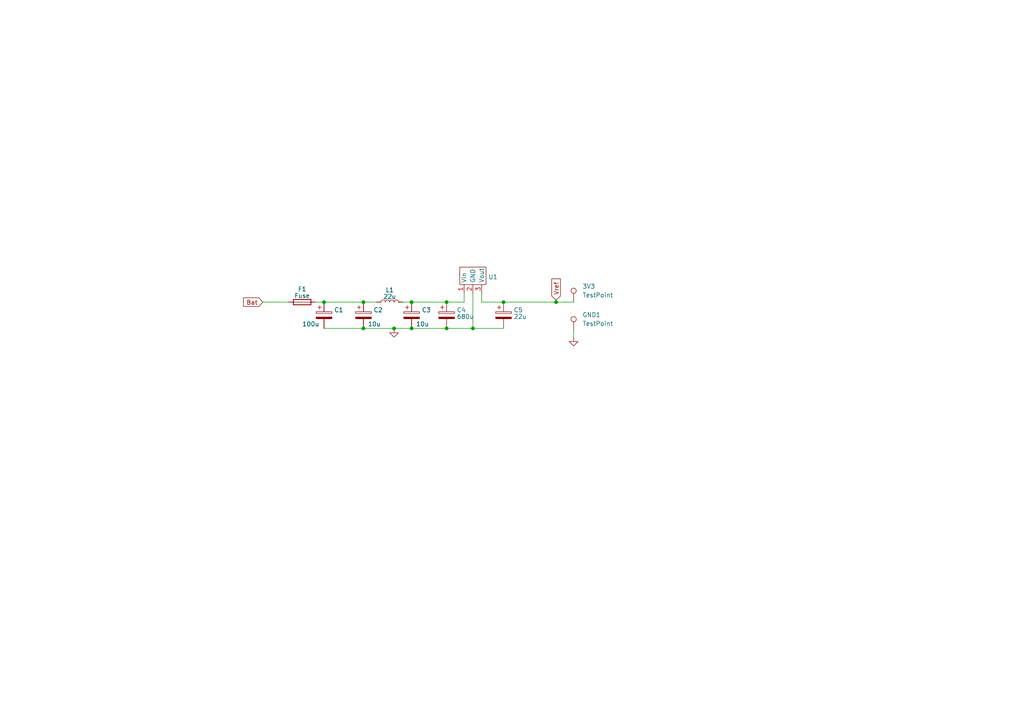
<source format=kicad_sch>
(kicad_sch (version 20230121) (generator eeschema)
  (paper "A4")
  (lib_symbols
    (symbol "Connector:TestPoint" (pin_numbers hide) (pin_names (offset 0.762) hide)
      (property "Reference" "TP" (at 0 6.858 0))
      (property "Value" "TestPoint" (at 0 5.08 0))
      (symbol "TestPoint_0_1"
        (circle (center 0 3.302) (radius 0.762))
      )
      (symbol "TestPoint_1_1"
        (pin passive line (at 0 0 90) (length 2.54) (name "1") (number "1"))
      )
    )
    (symbol "Device:C_Polarized" (pin_numbers hide) (pin_names (offset 0.254))
      (property "Reference" "C" (at 0.635 2.54 0))
      (property "Value" "C_Polarized" (at 0.635 -2.54 0))
      (symbol "C_Polarized_0_1"
        (rectangle (start -2.286 0.508) (end 2.286 1.016))
        (polyline (pts (xy -1.778 2.286) (xy -0.762 2.286)))
        (polyline (pts (xy -1.27 2.794) (xy -1.27 1.778)))
        (rectangle (start 2.286 -0.508) (end -2.286 -1.016) (fill (type outline)))
      )
      (symbol "C_Polarized_1_1"
        (pin passive line (at 0 3.81 270) (length 2.794) (name "~") (number "1"))
        (pin passive line (at 0 -3.81 90) (length 2.794) (name "~") (number "2"))
      )
    )
    (symbol "Device:Fuse" (pin_numbers hide) (pin_names (offset 0))
      (property "Reference" "F" (at 2.032 0 90))
      (property "Value" "Fuse" (at -1.905 0 90))
      (symbol "Fuse_0_1"
        (rectangle (start -0.762 -2.54) (end 0.762 2.54) (stroke (width 0.254)))
        (polyline (pts (xy 0 2.54) (xy 0 -2.54)))
      )
      (symbol "Fuse_1_1"
        (pin passive line (at 0 3.81 270) (length 1.27) (name "~") (number "1"))
        (pin passive line (at 0 -3.81 90) (length 1.27) (name "~") (number "2"))
      )
    )
    (symbol "Device:L" (pin_numbers hide) (pin_names (offset 1.016) hide)
      (property "Reference" "L" (at -1.27 0 90))
      (property "Value" "L" (at 1.905 0 90))
      (symbol "L_0_1"
        (arc (start 0 -2.54) (mid 0.6323 -1.905) (end 0 -1.27))
        (arc (start 0 -1.27) (mid 0.6323 -0.635) (end 0 0))
        (arc (start 0 0) (mid 0.6323 0.635) (end 0 1.27))
        (arc (start 0 1.27) (mid 0.6323 1.905) (end 0 2.54))
      )
      (symbol "L_1_1"
        (pin passive line (at 0 3.81 270) (length 1.27) (name "1") (number "1"))
        (pin passive line (at 0 -3.81 90) (length 1.27) (name "2") (number "2"))
      )
    )
    (symbol "custom:VR20S3V3"
      (property "Reference" "U1" (at 5.715 -0.3168 0))
      (property "Value" "~" (at 0 0 0))
      (symbol "VR20S3V3_0_1"
        (polyline (pts (xy -2.54 2.54) (xy 0 2.54) (xy 1.27 2.54) (xy 5.08 2.54) (xy 5.08 -2.54) (xy -2.54 -2.54) (xy -2.54 2.54)))
      )
      (symbol "VR20S3V3_1_1"
        (pin input line (at -1.27 -5.08 90) (length 2.54) (name "Vin") (number "1"))
        (pin bidirectional line (at 1.27 -5.08 90) (length 2.54) (name "GND") (number "2"))
        (pin output line (at 3.81 -5.08 90) (length 2.54) (name "Vout") (number "3"))
      )
    )
    (symbol "power:GND" (power) (pin_names (offset 0))
      (property "Value" "GND" (at 0 -3.81 0))
      (symbol "GND_0_1"
        (polyline (pts (xy 0 0) (xy 0 -1.27) (xy 1.27 -1.27) (xy 0 -2.54) (xy -1.27 -1.27) (xy 0 -1.27)))
      )
      (symbol "GND_1_1"
        (pin power_in line (at 0 0 270) (length 0) hide (name "GND") (number "1"))
      )
    )
  )
  (junction (at 105.41 95.25))
  (junction (at 129.54 87.63))
  (junction (at 137.16 95.25))
  (junction (at 119.38 87.63))
  (junction (at 161.29 87.63))
  (junction (at 114.3 95.25))
  (junction (at 119.38 95.25))
  (junction (at 129.54 95.25))
  (junction (at 105.41 87.63))
  (junction (at 146.05 87.63))
  (junction (at 93.98 87.63))
  (wire (pts (xy 134.62 87.63) (xy 129.54 87.63)))
  (wire (pts (xy 105.41 87.63) (xy 109.22 87.63)))
  (wire (pts (xy 91.44 87.63) (xy 93.98 87.63)))
  (wire (pts (xy 139.7 85.09) (xy 139.7 87.63)))
  (wire (pts (xy 134.62 85.09) (xy 134.62 87.63)))
  (wire (pts (xy 137.16 95.25) (xy 146.05 95.25)))
  (wire (pts (xy 166.37 95.885) (xy 166.37 97.79)))
  (wire (pts (xy 139.7 87.63) (xy 146.05 87.63)))
  (wire (pts (xy 119.38 95.25) (xy 129.54 95.25)))
  (wire (pts (xy 129.54 95.25) (xy 137.16 95.25)))
  (wire (pts (xy 105.41 95.25) (xy 114.3 95.25)))
  (wire (pts (xy 119.38 87.63) (xy 129.54 87.63)))
  (wire (pts (xy 93.98 95.25) (xy 105.41 95.25)))
  (wire (pts (xy 116.84 87.63) (xy 119.38 87.63)))
  (wire (pts (xy 146.05 87.63) (xy 161.29 87.63)))
  (wire (pts (xy 161.29 87.63) (xy 166.37 87.63)))
  (wire (pts (xy 137.16 85.09) (xy 137.16 95.25)))
  (wire (pts (xy 161.29 86.995) (xy 161.29 87.63)))
  (wire (pts (xy 76.2 87.63) (xy 83.82 87.63)))
  (wire (pts (xy 114.3 95.25) (xy 119.38 95.25)))
  (wire (pts (xy 93.98 87.63) (xy 105.41 87.63)))
  (global_label "Vref" (shape input) (at 161.29 86.995 90) (property "Intersheetrefs" "${INTERSHEET_REFS}" (effects hide)))
  (global_label "Bat" (shape input) (at 76.2 87.63 180) (property "Intersheetrefs" "${INTERSHEET_REFS}" (effects hide)))
  (symbol (lib_id "Device:C_Polarized") (at 93.98 91.44 0) (unit 1)
    (property "Reference" "C1" (at 96.901 89.9073 0) (effects (justify left)))
    (property "Value" "100u" (at 87.63 93.98 0) (effects (justify left)))
    (property "Footprint" "Capacitor_THT:CP_Radial_D8.0mm_P3.50mm" (effects hide))
  )
  (symbol (lib_id "Device:C_Polarized") (at 119.38 91.44 0) (unit 1)
    (property "Reference" "C3" (at 122.301 89.9073 0) (effects (justify left)))
    (property "Value" "10u" (at 120.65 93.98 0) (effects (justify left)))
    (property "Footprint" "Capacitor_SMD:C_1206_3216Metric" (effects hide))
  )
  (symbol (lib_id "Device:C_Polarized") (at 146.05 91.44 0) (unit 1)
    (property "Reference" "C5" (at 148.971 89.9073 0) (effects (justify left)))
    (property "Value" "22u" (at 148.971 91.8283 0) (effects (justify left)))
    (property "Footprint" "Capacitor_SMD:C_0805_2012Metric" (effects hide))
  )
  (symbol (lib_id "Device:C_Polarized") (at 105.41 91.44 0) (unit 1)
    (property "Reference" "C2" (at 108.331 89.9073 0) (effects (justify left)))
    (property "Value" "10u" (at 106.68 93.98 0) (effects (justify left)))
    (property "Footprint" "Capacitor_SMD:C_1206_3216Metric" (effects hide))
  )
  (symbol (lib_id "Connector:TestPoint") (at 166.37 95.885 0) (unit 1)
    (property "Reference" "GND1" (at 168.91 91.313 0) (effects (justify left)))
    (property "Value" "TestPoint" (at 168.91 93.853 0) (effects (justify left)))
    (property "Footprint" "TestPoint:TestPoint_Keystone_5005-5009_Compact" (effects hide))
  )
  (symbol (lib_id "power:GND") (at 166.37 97.79 0) (unit 1)
    (property "Reference" "#PWR013" (effects hide))
    (property "Value" "GND" (effects hide))
  )
  (symbol (lib_id "Device:L") (at 113.03 87.63 90) (unit 1)
    (property "Reference" "L1" (at 113.03 84.1147 90))
    (property "Value" "22u" (at 113.03 86.0357 90))
    (property "Footprint" "Inductor_SMD:L_Bourns_SRP1038C_10.0x10.0mm" (effects hide))
  )
  (symbol (lib_id "Device:Fuse") (at 87.63 87.63 90) (unit 1)
    (property "Reference" "F1" (at 87.63 83.8581 90))
    (property "Value" "Fuse" (at 87.63 85.7791 90))
  )
  (symbol (lib_id "Connector:TestPoint") (at 166.37 87.63 0) (unit 1)
    (property "Reference" "3V3" (at 168.91 83.058 0) (effects (justify left)))
    (property "Value" "TestPoint" (at 168.91 85.598 0) (effects (justify left)))
    (property "Footprint" "TestPoint:TestPoint_Keystone_5005-5009_Compact" (effects hide))
  )
  (symbol (lib_id "Device:C_Polarized") (at 129.54 91.44 0) (unit 1)
    (property "Reference" "C4" (at 132.461 89.9073 0) (effects (justify left)))
    (property "Value" "680u" (at 132.461 91.8283 0) (effects (justify left)))
    (property "Footprint" "Capacitor_THT:CP_Radial_D12.5mm_P5.00mm" (effects hide))
  )
  (symbol (lib_id "power:GND") (at 114.3 95.25 0) (unit 1)
    (property "Reference" "#PWR01" (effects hide))
    (property "Value" "GND" (effects hide))
  )
  (symbol (lib_id "custom:VR20S3V3") (at 135.89 80.01 0) (unit 1)
    (property "Reference" "U1" (at 141.605 80.3268 0) (effects (justify left)))
    (property "Value" "3.3V" (effects hide))
    (property "Footprint" "VR20S3V3:VR20S3V3" (effects hide))
    (property "Datasheet" "https://www.farnell.com/datasheets/3103815.pdf" (effects hide))
  )
)
</source>
